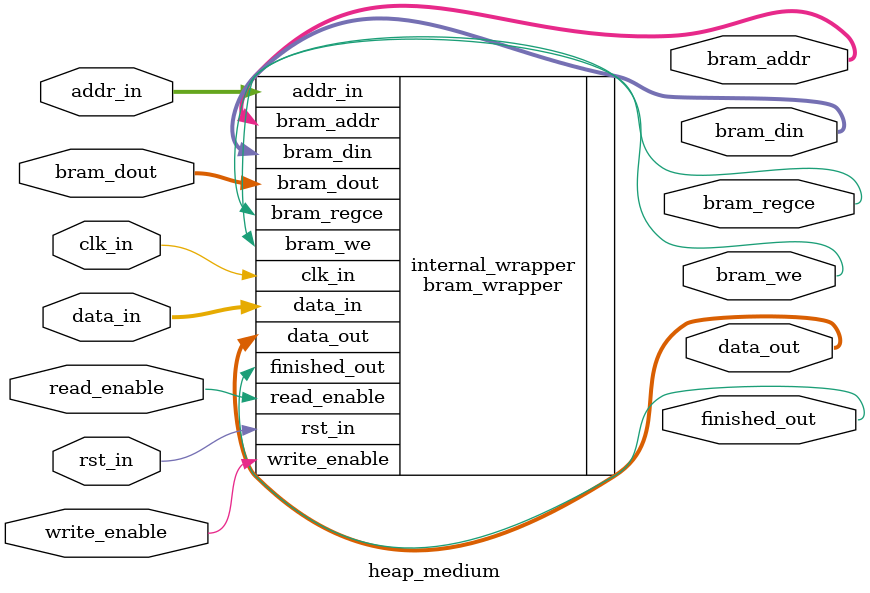
<source format=sv>
module heap_medium #(
    parameter ADDRS = 256,
    parameter BRAM_WIDTH = 64,
    parameter PIECES = 16
  ) (
    /* clock and reset */
    input wire clk_in,
    input wire rst_in,

    /* communication with cpu */
    input logic [ADDR_SIZE-1:0] addr_in,
    output wire [WIDTH-1:0] data_out,
    input logic [WIDTH-1:0] data_in,
    input logic read_enable,
    input logic write_enable,
    output wire finished_out,

    /* communication with the BRAM */
    input wire [BRAM_WIDTH-1:0] bram_dout, // the dout from the BRAM
    output logic [BRAM_ADDR_SIZE-1:0] bram_addr, // the addr from the BRAM
    output logic bram_we, // the we from the BRAM
    output logic bram_regce, // the regce from the BRAM
    output logic [BRAM_WIDTH-1:0] bram_din // the din from the BRAM
  );

  localparam ADDR_SIZE = $clog2(ADDRS);
  localparam BRAM_ADDR_SIZE = $clog2(ADDRS * PIECES);
  localparam WIDTH = PIECES * BRAM_WIDTH;

  bram_wrapper #(
    .ADDRS(ADDRS),
    .BRAM_WIDTH(BRAM_WIDTH),
    .PIECES(PIECES)
  ) internal_wrapper (
    .clk_in(clk_in),
    .rst_in(rst_in),

    .addr_in(addr_in),
    .data_out(data_out),
    .data_in(data_in),
    .read_enable(read_enable),
    .write_enable(write_enable),
    .finished_out(finished_out),

    .bram_dout(bram_dout),
    .bram_addr(bram_addr),
    .bram_we(bram_we),
    .bram_regce(bram_regce),
    .bram_din(bram_din)
  );

endmodule // weight_medium

</source>
